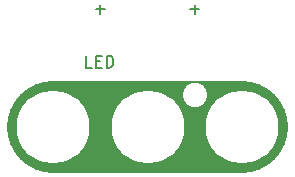
<source format=gto>
%TF.GenerationSoftware,KiCad,Pcbnew,4.0.5-e0-6337~49~ubuntu16.04.1*%
%TF.CreationDate,2017-05-27T10:51:00-07:00*%
%TF.ProjectId,2x3-LED-TH-2.54mm-Pitch-Magnet,3278332D4C45442D54482D322E35346D,v1.2*%
%TF.FileFunction,Legend,Top*%
%FSLAX46Y46*%
G04 Gerber Fmt 4.6, Leading zero omitted, Abs format (unit mm)*
G04 Created by KiCad (PCBNEW 4.0.5-e0-6337~49~ubuntu16.04.1) date Sat May 27 10:51:00 2017*
%MOMM*%
%LPD*%
G01*
G04 APERTURE LIST*
%ADD10C,0.350000*%
%ADD11C,7.800000*%
%ADD12C,0.150000*%
%ADD13C,2.152400*%
%ADD14C,2.052400*%
%ADD15C,6.152400*%
G04 APERTURE END LIST*
D10*
D11*
X24563800Y-53009800D02*
X40563800Y-53009800D01*
D12*
X27855943Y-48001181D02*
X27379752Y-48001181D01*
X27379752Y-47001181D01*
X28189276Y-47477371D02*
X28522610Y-47477371D01*
X28665467Y-48001181D02*
X28189276Y-48001181D01*
X28189276Y-47001181D01*
X28665467Y-47001181D01*
X29094038Y-48001181D02*
X29094038Y-47001181D01*
X29332133Y-47001181D01*
X29474991Y-47048800D01*
X29570229Y-47144038D01*
X29617848Y-47239276D01*
X29665467Y-47429752D01*
X29665467Y-47572610D01*
X29617848Y-47763086D01*
X29570229Y-47858324D01*
X29474991Y-47953562D01*
X29332133Y-48001181D01*
X29094038Y-48001181D01*
X36182848Y-43081229D02*
X36944753Y-43081229D01*
X36563801Y-43462181D02*
X36563801Y-42700276D01*
X36182848Y-56081229D02*
X36944753Y-56081229D01*
X28182848Y-43081229D02*
X28944753Y-43081229D01*
X28563801Y-43462181D02*
X28563801Y-42700276D01*
%LPC*%
D13*
X36563800Y-47779800D03*
D14*
X36563800Y-50319800D03*
D15*
X24563800Y-53009800D03*
X24563800Y-45009800D03*
X40563800Y-45009800D03*
X40563800Y-53009800D03*
X32563800Y-45009800D03*
X32563800Y-53009800D03*
M02*

</source>
